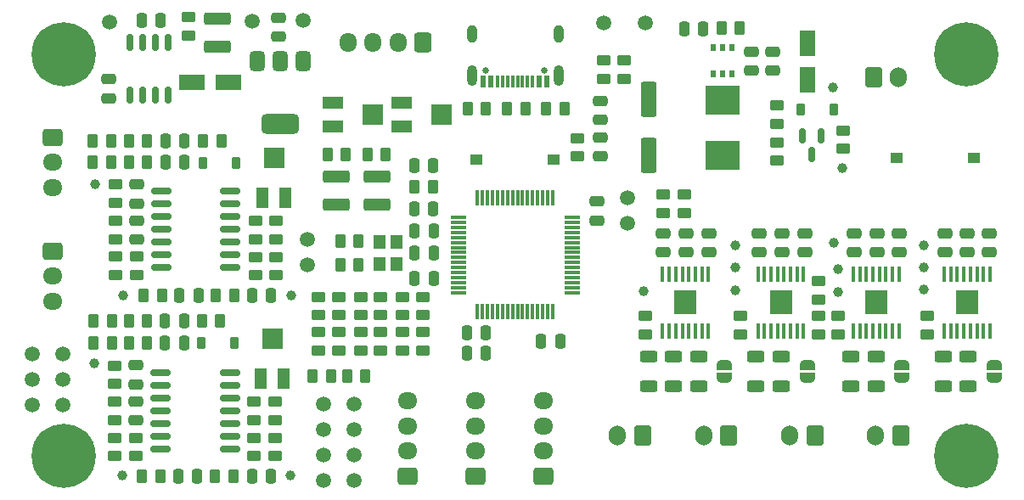
<source format=gbr>
%TF.GenerationSoftware,KiCad,Pcbnew,9.0.1*%
%TF.CreationDate,2025-04-18T15:24:00+02:00*%
%TF.ProjectId,OpenHand_v3,4f70656e-4861-46e6-945f-76332e6b6963,rev?*%
%TF.SameCoordinates,Original*%
%TF.FileFunction,Soldermask,Top*%
%TF.FilePolarity,Negative*%
%FSLAX46Y46*%
G04 Gerber Fmt 4.6, Leading zero omitted, Abs format (unit mm)*
G04 Created by KiCad (PCBNEW 9.0.1) date 2025-04-18 15:24:00*
%MOMM*%
%LPD*%
G01*
G04 APERTURE LIST*
G04 Aperture macros list*
%AMRoundRect*
0 Rectangle with rounded corners*
0 $1 Rounding radius*
0 $2 $3 $4 $5 $6 $7 $8 $9 X,Y pos of 4 corners*
0 Add a 4 corners polygon primitive as box body*
4,1,4,$2,$3,$4,$5,$6,$7,$8,$9,$2,$3,0*
0 Add four circle primitives for the rounded corners*
1,1,$1+$1,$2,$3*
1,1,$1+$1,$4,$5*
1,1,$1+$1,$6,$7*
1,1,$1+$1,$8,$9*
0 Add four rect primitives between the rounded corners*
20,1,$1+$1,$2,$3,$4,$5,0*
20,1,$1+$1,$4,$5,$6,$7,0*
20,1,$1+$1,$6,$7,$8,$9,0*
20,1,$1+$1,$8,$9,$2,$3,0*%
%AMFreePoly0*
4,1,23,0.500000,-0.750000,0.000000,-0.750000,0.000000,-0.745722,-0.065263,-0.745722,-0.191342,-0.711940,-0.304381,-0.646677,-0.396677,-0.554381,-0.461940,-0.441342,-0.495722,-0.315263,-0.495722,-0.250000,-0.500000,-0.250000,-0.500000,0.250000,-0.495722,0.250000,-0.495722,0.315263,-0.461940,0.441342,-0.396677,0.554381,-0.304381,0.646677,-0.191342,0.711940,-0.065263,0.745722,0.000000,0.745722,
0.000000,0.750000,0.500000,0.750000,0.500000,-0.750000,0.500000,-0.750000,$1*%
%AMFreePoly1*
4,1,23,0.000000,0.745722,0.065263,0.745722,0.191342,0.711940,0.304381,0.646677,0.396677,0.554381,0.461940,0.441342,0.495722,0.315263,0.495722,0.250000,0.500000,0.250000,0.500000,-0.250000,0.495722,-0.250000,0.495722,-0.315263,0.461940,-0.441342,0.396677,-0.554381,0.304381,-0.646677,0.191342,-0.711940,0.065263,-0.745722,0.000000,-0.745722,0.000000,-0.750000,-0.500000,-0.750000,
-0.500000,0.750000,0.000000,0.750000,0.000000,0.745722,0.000000,0.745722,$1*%
G04 Aperture macros list end*
%ADD10RoundRect,0.250000X-0.450000X0.262500X-0.450000X-0.262500X0.450000X-0.262500X0.450000X0.262500X0*%
%ADD11C,1.500000*%
%ADD12RoundRect,0.250000X0.450000X-0.262500X0.450000X0.262500X-0.450000X0.262500X-0.450000X-0.262500X0*%
%ADD13RoundRect,0.250000X0.250000X0.475000X-0.250000X0.475000X-0.250000X-0.475000X0.250000X-0.475000X0*%
%ADD14RoundRect,0.250000X0.625000X-0.312500X0.625000X0.312500X-0.625000X0.312500X-0.625000X-0.312500X0*%
%ADD15RoundRect,0.250000X-0.250000X-0.475000X0.250000X-0.475000X0.250000X0.475000X-0.250000X0.475000X0*%
%ADD16C,0.800000*%
%ADD17C,6.400000*%
%ADD18RoundRect,0.250000X-0.475000X0.250000X-0.475000X-0.250000X0.475000X-0.250000X0.475000X0.250000X0*%
%ADD19C,1.000000*%
%ADD20RoundRect,0.250000X0.600000X0.750000X-0.600000X0.750000X-0.600000X-0.750000X0.600000X-0.750000X0*%
%ADD21O,1.700000X2.000000*%
%ADD22RoundRect,0.250000X-0.262500X-0.450000X0.262500X-0.450000X0.262500X0.450000X-0.262500X0.450000X0*%
%ADD23RoundRect,0.250000X-0.625000X0.312500X-0.625000X-0.312500X0.625000X-0.312500X0.625000X0.312500X0*%
%ADD24RoundRect,0.250000X0.725000X-0.600000X0.725000X0.600000X-0.725000X0.600000X-0.725000X-0.600000X0*%
%ADD25O,1.950000X1.700000*%
%ADD26R,2.310000X2.460000*%
%ADD27RoundRect,0.100000X0.100000X-0.687500X0.100000X0.687500X-0.100000X0.687500X-0.100000X-0.687500X0*%
%ADD28RoundRect,0.250000X-1.075000X0.375000X-1.075000X-0.375000X1.075000X-0.375000X1.075000X0.375000X0*%
%ADD29RoundRect,0.250000X0.550000X-1.050000X0.550000X1.050000X-0.550000X1.050000X-0.550000X-1.050000X0*%
%ADD30R,2.000000X1.300000*%
%ADD31R,2.000000X2.000000*%
%ADD32FreePoly0,90.000000*%
%ADD33FreePoly1,90.000000*%
%ADD34RoundRect,0.250000X0.262500X0.450000X-0.262500X0.450000X-0.262500X-0.450000X0.262500X-0.450000X0*%
%ADD35RoundRect,0.250000X-0.600000X-0.750000X0.600000X-0.750000X0.600000X0.750000X-0.600000X0.750000X0*%
%ADD36RoundRect,0.250000X0.475000X-0.250000X0.475000X0.250000X-0.475000X0.250000X-0.475000X-0.250000X0*%
%ADD37R,1.250000X1.000000*%
%ADD38RoundRect,0.250000X0.600000X0.725000X-0.600000X0.725000X-0.600000X-0.725000X0.600000X-0.725000X0*%
%ADD39O,1.700000X1.950000*%
%ADD40RoundRect,0.225000X-0.225000X-0.375000X0.225000X-0.375000X0.225000X0.375000X-0.225000X0.375000X0*%
%ADD41RoundRect,0.150000X-0.150000X0.675000X-0.150000X-0.675000X0.150000X-0.675000X0.150000X0.675000X0*%
%ADD42RoundRect,0.150000X-0.837500X-0.150000X0.837500X-0.150000X0.837500X0.150000X-0.837500X0.150000X0*%
%ADD43RoundRect,0.250000X-0.725000X0.600000X-0.725000X-0.600000X0.725000X-0.600000X0.725000X0.600000X0*%
%ADD44R,1.300000X2.000000*%
%ADD45R,3.500000X2.950000*%
%ADD46R,0.549999X0.800001*%
%ADD47RoundRect,0.150000X-0.150000X0.587500X-0.150000X-0.587500X0.150000X-0.587500X0.150000X0.587500X0*%
%ADD48RoundRect,0.250000X0.550000X-1.500000X0.550000X1.500000X-0.550000X1.500000X-0.550000X-1.500000X0*%
%ADD49RoundRect,0.375000X-0.375000X0.625000X-0.375000X-0.625000X0.375000X-0.625000X0.375000X0.625000X0*%
%ADD50RoundRect,0.500000X-1.400000X0.500000X-1.400000X-0.500000X1.400000X-0.500000X1.400000X0.500000X0*%
%ADD51C,0.650000*%
%ADD52R,0.600000X1.240000*%
%ADD53R,0.300000X1.240000*%
%ADD54O,1.000000X2.100000*%
%ADD55O,1.000000X1.800000*%
%ADD56R,1.200000X1.400000*%
%ADD57RoundRect,0.250000X1.050000X0.550000X-1.050000X0.550000X-1.050000X-0.550000X1.050000X-0.550000X0*%
%ADD58RoundRect,0.075000X-0.700000X-0.075000X0.700000X-0.075000X0.700000X0.075000X-0.700000X0.075000X0*%
%ADD59RoundRect,0.075000X-0.075000X-0.700000X0.075000X-0.700000X0.075000X0.700000X-0.075000X0.700000X0*%
G04 APERTURE END LIST*
D10*
%TO.C,R65*%
X140800000Y-132687500D03*
X140800000Y-134512500D03*
%TD*%
D11*
%TO.C,TP11*%
X104925000Y-134850000D03*
%TD*%
D12*
%TO.C,R74*%
X180275000Y-132887500D03*
X180275000Y-131062500D03*
%TD*%
%TO.C,R46*%
X182225000Y-132887500D03*
X182225000Y-131062500D03*
%TD*%
D13*
%TO.C,C29*%
X125650000Y-129000000D03*
X123750000Y-129000000D03*
%TD*%
D14*
%TO.C,R69*%
X186000000Y-138062500D03*
X186000000Y-135137500D03*
%TD*%
D15*
%TO.C,C9*%
X140000000Y-124800000D03*
X141900000Y-124800000D03*
%TD*%
D16*
%TO.C,H4*%
X192600000Y-145000000D03*
X193302944Y-143302944D03*
X193302944Y-146697056D03*
X195000000Y-142600000D03*
D17*
X195000000Y-145000000D03*
D16*
X195000000Y-147400000D03*
X196697056Y-143302944D03*
X196697056Y-146697056D03*
X197400000Y-145000000D03*
%TD*%
D18*
%TO.C,C32*%
X183800000Y-122850000D03*
X183800000Y-124750000D03*
%TD*%
D19*
%TO.C,TP20*%
X108100000Y-117950000D03*
%TD*%
D10*
%TO.C,R20*%
X110100000Y-136037500D03*
X110100000Y-137862500D03*
%TD*%
D19*
%TO.C,TP25*%
X110800000Y-147000000D03*
%TD*%
D20*
%TO.C,J1*%
X171300000Y-143035000D03*
D21*
X168800000Y-143035000D03*
%TD*%
D13*
%TO.C,C27*%
X118450000Y-129000000D03*
X116550000Y-129000000D03*
%TD*%
D18*
%TO.C,C5*%
X158200000Y-119650001D03*
X158200000Y-121549999D03*
%TD*%
D19*
%TO.C,TP34*%
X190750000Y-126250000D03*
%TD*%
D13*
%TO.C,C20*%
X114650000Y-101600000D03*
X112750000Y-101600000D03*
%TD*%
D22*
%TO.C,TH2*%
X129812500Y-137100000D03*
X131637500Y-137100000D03*
%TD*%
D23*
%TO.C,R48*%
X183500000Y-135137500D03*
X183500000Y-138062500D03*
%TD*%
D11*
%TO.C,TP18*%
X109600000Y-101800000D03*
%TD*%
D10*
%TO.C,R63*%
X138800000Y-132687500D03*
X138800000Y-134512500D03*
%TD*%
D18*
%TO.C,C35*%
X178900000Y-122850000D03*
X178900000Y-124750000D03*
%TD*%
D11*
%TO.C,TP17*%
X158850000Y-101850000D03*
%TD*%
D24*
%TO.C,J15*%
X146050000Y-147050000D03*
D25*
X146050000Y-144550000D03*
X146050000Y-142050000D03*
X146050000Y-139550000D03*
%TD*%
D12*
%TO.C,R31*%
X110100000Y-141450000D03*
X110100000Y-139625000D03*
%TD*%
D11*
%TO.C,TP37*%
X133975000Y-147500000D03*
%TD*%
D10*
%TO.C,R61*%
X136600000Y-132700000D03*
X136600000Y-134525000D03*
%TD*%
D26*
%TO.C,U10*%
X167000000Y-129750000D03*
D27*
X164725000Y-132612500D03*
X165375000Y-132612500D03*
X166025000Y-132612500D03*
X166675000Y-132612500D03*
X167325000Y-132612500D03*
X167975000Y-132612500D03*
X168625000Y-132612500D03*
X169275000Y-132612500D03*
X169275000Y-126887500D03*
X168625000Y-126887500D03*
X167975000Y-126887500D03*
X167325000Y-126887500D03*
X166675000Y-126887500D03*
X166025000Y-126887500D03*
X165375000Y-126887500D03*
X164725000Y-126887500D03*
%TD*%
D12*
%TO.C,R45*%
X172500000Y-132912500D03*
X172500000Y-131087500D03*
%TD*%
D22*
%TO.C,R35*%
X120175000Y-129000000D03*
X122000000Y-129000000D03*
%TD*%
D12*
%TO.C,R13*%
X158800000Y-107412499D03*
X158800000Y-105587499D03*
%TD*%
D28*
%TO.C,D4*%
X120300000Y-101400000D03*
X120300000Y-104200000D03*
%TD*%
D29*
%TO.C,C10*%
X179200000Y-107524999D03*
X179200000Y-103924999D03*
%TD*%
D30*
%TO.C,RV1*%
X131800000Y-112150000D03*
D31*
X135800000Y-111000000D03*
D30*
X131800000Y-109850000D03*
%TD*%
D11*
%TO.C,TP14*%
X130875000Y-142420000D03*
%TD*%
D32*
%TO.C,JP2*%
X188600000Y-137250000D03*
D33*
X188600000Y-135950000D03*
%TD*%
D11*
%TO.C,TP9*%
X104925000Y-137390000D03*
%TD*%
D10*
%TO.C,R40*%
X124000000Y-139637500D03*
X124000000Y-141462500D03*
%TD*%
%TO.C,R41*%
X124100000Y-125187500D03*
X124100000Y-127012500D03*
%TD*%
D16*
%TO.C,H1*%
X102600000Y-105000000D03*
X103302944Y-103302944D03*
X103302944Y-106697056D03*
X105000000Y-102600000D03*
D17*
X105000000Y-105000000D03*
D16*
X105000000Y-107400000D03*
X106697056Y-103302944D03*
X106697056Y-106697056D03*
X107400000Y-105000000D03*
%TD*%
D19*
%TO.C,TP23*%
X127600000Y-147000000D03*
%TD*%
D10*
%TO.C,R51*%
X130400000Y-132700000D03*
X130400000Y-134525000D03*
%TD*%
D11*
%TO.C,TP41*%
X133975000Y-144960000D03*
%TD*%
%TO.C,TP1*%
X104925000Y-139930000D03*
%TD*%
D34*
%TO.C,R67*%
X120612500Y-131600000D03*
X118787500Y-131600000D03*
%TD*%
D22*
%TO.C,R1*%
X153087500Y-110400000D03*
X154912500Y-110400000D03*
%TD*%
D10*
%TO.C,R16*%
X160900000Y-105587499D03*
X160900000Y-107412499D03*
%TD*%
D12*
%TO.C,R49*%
X191100000Y-132912500D03*
X191100000Y-131087500D03*
%TD*%
D18*
%TO.C,C37*%
X192900000Y-122850000D03*
X192900000Y-124750000D03*
%TD*%
D12*
%TO.C,R37*%
X126100000Y-141462500D03*
X126100000Y-139637500D03*
%TD*%
D13*
%TO.C,C30*%
X125650000Y-147050000D03*
X123750000Y-147050000D03*
%TD*%
D11*
%TO.C,TP13*%
X129300000Y-123460000D03*
%TD*%
D35*
%TO.C,J3*%
X185750000Y-107232499D03*
D21*
X188250000Y-107232499D03*
%TD*%
D13*
%TO.C,C4*%
X154499999Y-133600001D03*
X152600001Y-133600001D03*
%TD*%
D10*
%TO.C,TH1*%
X180275000Y-127600000D03*
X180275000Y-129425000D03*
%TD*%
D11*
%TO.C,TP39*%
X133975000Y-139880000D03*
%TD*%
D13*
%TO.C,C3*%
X147100000Y-132749999D03*
X145200000Y-132750001D03*
%TD*%
D36*
%TO.C,C17*%
X109500000Y-109350000D03*
X109500000Y-107450000D03*
%TD*%
D11*
%TO.C,TP40*%
X133975000Y-142420000D03*
%TD*%
D37*
%TO.C,SW1*%
X146125000Y-115500000D03*
X153875000Y-115500000D03*
%TD*%
D22*
%TO.C,R36*%
X120087500Y-147050000D03*
X121912500Y-147050000D03*
%TD*%
D14*
%TO.C,R70*%
X176500000Y-138062500D03*
X176500000Y-135137500D03*
%TD*%
D15*
%TO.C,C13*%
X166850000Y-102424999D03*
X168750000Y-102424999D03*
%TD*%
D13*
%TO.C,C2*%
X141849999Y-120400000D03*
X139950001Y-120400000D03*
%TD*%
D36*
%TO.C,C18*%
X126400000Y-103250000D03*
X126400000Y-101350000D03*
%TD*%
D11*
%TO.C,TP2*%
X161200000Y-121870000D03*
%TD*%
D32*
%TO.C,JP4*%
X170900000Y-137250000D03*
D33*
X170900000Y-135950000D03*
%TD*%
D13*
%TO.C,C6*%
X141900000Y-127350000D03*
X140000000Y-127350000D03*
%TD*%
D11*
%TO.C,TP4*%
X130875000Y-139880000D03*
%TD*%
D12*
%TO.C,R55*%
X164800000Y-120812500D03*
X164800000Y-118987500D03*
%TD*%
D18*
%TO.C,C42*%
X169300000Y-122850000D03*
X169300000Y-124750000D03*
%TD*%
D11*
%TO.C,TP38*%
X130875000Y-147500000D03*
%TD*%
D20*
%TO.C,J7*%
X162700000Y-143000000D03*
D21*
X160200000Y-143000000D03*
%TD*%
D10*
%TO.C,R60*%
X134600000Y-129187500D03*
X134600000Y-131012500D03*
%TD*%
D24*
%TO.C,J16*%
X152850000Y-147050000D03*
D25*
X152850000Y-144550000D03*
X152850000Y-142050000D03*
X152850000Y-139550000D03*
%TD*%
D12*
%TO.C,R38*%
X126200000Y-123412500D03*
X126200000Y-121587500D03*
%TD*%
D38*
%TO.C,J12*%
X140850000Y-103800000D03*
D39*
X138350000Y-103800000D03*
X135850000Y-103800000D03*
X133350000Y-103800000D03*
%TD*%
D10*
%TO.C,R57*%
X130400000Y-129187500D03*
X130400000Y-131012500D03*
%TD*%
D40*
%TO.C,D6*%
X118750000Y-133800000D03*
X122050000Y-133800000D03*
%TD*%
D10*
%TO.C,R15*%
X117400000Y-101287500D03*
X117400000Y-103112500D03*
%TD*%
D41*
%TO.C,U4*%
X115405000Y-103825000D03*
X114135000Y-103825000D03*
X112865000Y-103825000D03*
X111595000Y-103825000D03*
X111595000Y-109075000D03*
X112865000Y-109075000D03*
X114135000Y-109075000D03*
X115405000Y-109075000D03*
%TD*%
D42*
%TO.C,U5*%
X114700000Y-118650000D03*
X114700000Y-119920000D03*
X114700000Y-121190000D03*
X114700000Y-122460000D03*
X114700000Y-123730000D03*
X114700000Y-125000000D03*
X114700000Y-126270000D03*
X121625000Y-126270000D03*
X121625000Y-125000000D03*
X121625000Y-123730000D03*
X121625000Y-122460000D03*
X121625000Y-121190000D03*
X121625000Y-119920000D03*
X121625000Y-118650000D03*
%TD*%
D11*
%TO.C,TP3*%
X161200000Y-119330000D03*
%TD*%
D43*
%TO.C,J11*%
X103875000Y-124605000D03*
D25*
X103875000Y-127105000D03*
X103875000Y-129605000D03*
%TD*%
D13*
%TO.C,C1*%
X141850000Y-116100000D03*
X139950000Y-116100000D03*
%TD*%
D22*
%TO.C,R9*%
X139987500Y-118200000D03*
X141812500Y-118200000D03*
%TD*%
D10*
%TO.C,R6*%
X156250000Y-113337500D03*
X156250000Y-115162500D03*
%TD*%
D34*
%TO.C,R22*%
X109812500Y-131600000D03*
X107987500Y-131600000D03*
%TD*%
D18*
%TO.C,C31*%
X174300000Y-122850000D03*
X174300000Y-124750000D03*
%TD*%
D36*
%TO.C,C16*%
X158500000Y-111524999D03*
X158500000Y-109624999D03*
%TD*%
D13*
%TO.C,C44*%
X117050000Y-113600000D03*
X115150000Y-113600000D03*
%TD*%
D18*
%TO.C,C15*%
X158500000Y-113274999D03*
X158500000Y-115174999D03*
%TD*%
D26*
%TO.C,U8*%
X186000000Y-129750000D03*
D27*
X183725000Y-132612500D03*
X184375000Y-132612500D03*
X185025000Y-132612500D03*
X185675000Y-132612500D03*
X186325000Y-132612500D03*
X186975000Y-132612500D03*
X187625000Y-132612500D03*
X188275000Y-132612500D03*
X188275000Y-126887500D03*
X187625000Y-126887500D03*
X186975000Y-126887500D03*
X186325000Y-126887500D03*
X185675000Y-126887500D03*
X185025000Y-126887500D03*
X184375000Y-126887500D03*
X183725000Y-126887500D03*
%TD*%
D18*
%TO.C,C25*%
X112200000Y-136000000D03*
X112200000Y-137900000D03*
%TD*%
D13*
%TO.C,C28*%
X118300000Y-147050000D03*
X116400000Y-147050000D03*
%TD*%
D36*
%TO.C,C12*%
X173600000Y-106624999D03*
X173600000Y-104724999D03*
%TD*%
D44*
%TO.C,RV3*%
X127100000Y-119300000D03*
D31*
X125950000Y-115300000D03*
D44*
X124800000Y-119300000D03*
%TD*%
D13*
%TO.C,C22*%
X117000000Y-133750000D03*
X115100000Y-133750000D03*
%TD*%
D26*
%TO.C,U9*%
X195080000Y-129750000D03*
D27*
X192805000Y-132612500D03*
X193455000Y-132612500D03*
X194105000Y-132612500D03*
X194755000Y-132612500D03*
X195405000Y-132612500D03*
X196055000Y-132612500D03*
X196705000Y-132612500D03*
X197355000Y-132612500D03*
X197355000Y-126887500D03*
X196705000Y-126887500D03*
X196055000Y-126887500D03*
X195405000Y-126887500D03*
X194755000Y-126887500D03*
X194105000Y-126887500D03*
X193455000Y-126887500D03*
X192805000Y-126887500D03*
%TD*%
D14*
%TO.C,R71*%
X195200000Y-138062500D03*
X195200000Y-135137500D03*
%TD*%
D18*
%TO.C,C34*%
X186100000Y-122850000D03*
X186100000Y-124750000D03*
%TD*%
D34*
%TO.C,R2*%
X147112500Y-110400000D03*
X145287500Y-110400000D03*
%TD*%
D36*
%TO.C,C11*%
X175700000Y-106624999D03*
X175700000Y-104724999D03*
%TD*%
D12*
%TO.C,R28*%
X110200000Y-123412500D03*
X110200000Y-121587500D03*
%TD*%
D10*
%TO.C,R34*%
X110100000Y-143237500D03*
X110100000Y-145062500D03*
%TD*%
D30*
%TO.C,RV2*%
X138650000Y-112150000D03*
D31*
X142650000Y-111000000D03*
D30*
X138650000Y-109850000D03*
%TD*%
D18*
%TO.C,C24*%
X112300000Y-121550000D03*
X112300000Y-123450000D03*
%TD*%
D44*
%TO.C,RV4*%
X126950000Y-137350000D03*
D31*
X125800000Y-133350000D03*
D44*
X124650000Y-137350000D03*
%TD*%
D14*
%TO.C,R73*%
X168300000Y-138062500D03*
X168300000Y-135137500D03*
%TD*%
D23*
%TO.C,R52*%
X192700000Y-135137500D03*
X192700000Y-138062500D03*
%TD*%
D18*
%TO.C,C26*%
X112200000Y-139600000D03*
X112200000Y-141500000D03*
%TD*%
D45*
%TO.C,L1*%
X170700000Y-109574999D03*
X170700000Y-115024999D03*
%TD*%
D22*
%TO.C,R26*%
X112787500Y-147050000D03*
X114612500Y-147050000D03*
%TD*%
D15*
%TO.C,C8*%
X140000000Y-122600000D03*
X141900000Y-122600000D03*
%TD*%
D11*
%TO.C,TP36*%
X130875000Y-144960000D03*
%TD*%
D42*
%TO.C,U6*%
X114637500Y-136700000D03*
X114637500Y-137970000D03*
X114637500Y-139240000D03*
X114637500Y-140510000D03*
X114637500Y-141780000D03*
X114637500Y-143050000D03*
X114637500Y-144320000D03*
X121562500Y-144320000D03*
X121562500Y-143050000D03*
X121562500Y-141780000D03*
X121562500Y-140510000D03*
X121562500Y-139240000D03*
X121562500Y-137970000D03*
X121562500Y-136700000D03*
%TD*%
D19*
%TO.C,TP31*%
X181750000Y-123775000D03*
%TD*%
%TO.C,TP24*%
X110900000Y-129000000D03*
%TD*%
D10*
%TO.C,R39*%
X124100000Y-121587500D03*
X124100000Y-123412500D03*
%TD*%
D19*
%TO.C,TP35*%
X190750000Y-124000000D03*
%TD*%
D34*
%TO.C,R3*%
X151012500Y-110400000D03*
X149187500Y-110400000D03*
%TD*%
D11*
%TO.C,TP5*%
X101825000Y-139930000D03*
%TD*%
D46*
%TO.C,U2*%
X169749999Y-106900000D03*
X170700000Y-106900000D03*
X171649998Y-106900000D03*
X171649998Y-104350000D03*
X170700000Y-104350000D03*
X169749999Y-104350000D03*
%TD*%
D10*
%TO.C,R58*%
X132400000Y-129187500D03*
X132400000Y-131012500D03*
%TD*%
D47*
%TO.C,Q1*%
X180550000Y-113074999D03*
X178650000Y-113074999D03*
X179600000Y-114949999D03*
%TD*%
D19*
%TO.C,TP33*%
X162800000Y-128600000D03*
%TD*%
D14*
%TO.C,R72*%
X165800000Y-138062500D03*
X165800000Y-135137500D03*
%TD*%
D48*
%TO.C,C14*%
X163300000Y-115099999D03*
X163300000Y-109499999D03*
%TD*%
D19*
%TO.C,TP30*%
X172000000Y-124000000D03*
%TD*%
D49*
%TO.C,U3*%
X128900000Y-105650000D03*
X126600000Y-105650000D03*
D50*
X126600000Y-111950000D03*
D49*
X124300000Y-105650000D03*
%TD*%
D34*
%TO.C,R30*%
X113325000Y-133750000D03*
X111500000Y-133750000D03*
%TD*%
D11*
%TO.C,TP10*%
X101825000Y-134850000D03*
%TD*%
%TO.C,TP6*%
X101825000Y-137390000D03*
%TD*%
D22*
%TO.C,R5*%
X132587500Y-126000000D03*
X134412500Y-126000000D03*
%TD*%
D34*
%TO.C,R68*%
X120712500Y-113600000D03*
X118887500Y-113600000D03*
%TD*%
D19*
%TO.C,TP15*%
X182600000Y-116299999D03*
%TD*%
D32*
%TO.C,JP1*%
X179200000Y-137250000D03*
D33*
X179200000Y-135950000D03*
%TD*%
D19*
%TO.C,TP32*%
X190750000Y-128450000D03*
%TD*%
D10*
%TO.C,R29*%
X112300000Y-125175000D03*
X112300000Y-127000000D03*
%TD*%
D34*
%TO.C,R27*%
X113325000Y-115700000D03*
X111500000Y-115700000D03*
%TD*%
D12*
%TO.C,R10*%
X176100000Y-111912499D03*
X176100000Y-110087499D03*
%TD*%
D10*
%TO.C,R33*%
X110200000Y-125162500D03*
X110200000Y-126987500D03*
%TD*%
D12*
%TO.C,R11*%
X176100000Y-115612499D03*
X176100000Y-113787499D03*
%TD*%
D23*
%TO.C,R53*%
X163350000Y-135137500D03*
X163350000Y-138062500D03*
%TD*%
%TO.C,R47*%
X174000000Y-135137500D03*
X174000000Y-138062500D03*
%TD*%
D16*
%TO.C,H3*%
X102600000Y-145000000D03*
X103302944Y-143302944D03*
X103302944Y-146697056D03*
X105000000Y-142600000D03*
D17*
X105000000Y-145000000D03*
D16*
X105000000Y-147400000D03*
X106697056Y-143302944D03*
X106697056Y-146697056D03*
X107400000Y-145000000D03*
%TD*%
D11*
%TO.C,TP12*%
X129300000Y-126000000D03*
%TD*%
D32*
%TO.C,JP3*%
X197800000Y-137250000D03*
D33*
X197800000Y-135950000D03*
%TD*%
D34*
%TO.C,R23*%
X109712500Y-115700000D03*
X107887500Y-115700000D03*
%TD*%
D10*
%TO.C,R56*%
X132400000Y-132700000D03*
X132400000Y-134525000D03*
%TD*%
D19*
%TO.C,TP16*%
X181700000Y-108299999D03*
%TD*%
D34*
%TO.C,R75*%
X135062500Y-137100000D03*
X133237500Y-137100000D03*
%TD*%
D40*
%TO.C,D3*%
X178525000Y-110452499D03*
X181825000Y-110452499D03*
%TD*%
D51*
%TO.C,J5*%
X152890000Y-106605000D03*
X147110000Y-106605000D03*
D52*
X153200000Y-107725000D03*
X152400000Y-107725000D03*
D53*
X151250000Y-107725000D03*
X150250000Y-107725000D03*
X149750000Y-107725000D03*
X148750000Y-107725000D03*
D52*
X147600000Y-107725000D03*
X146800000Y-107725000D03*
X146800000Y-107725000D03*
X147600000Y-107725000D03*
D53*
X148250000Y-107725000D03*
X149250000Y-107725000D03*
X150750000Y-107725000D03*
X151750000Y-107725000D03*
D52*
X152400000Y-107725000D03*
X153200000Y-107725000D03*
D54*
X154320000Y-107125000D03*
D55*
X154320000Y-102925000D03*
D54*
X145680000Y-107125000D03*
D55*
X145680000Y-102925000D03*
%TD*%
D19*
%TO.C,TP27*%
X182250000Y-128700000D03*
%TD*%
D28*
%TO.C,D1*%
X132170000Y-117195000D03*
X132170000Y-119995000D03*
%TD*%
D13*
%TO.C,C43*%
X117000000Y-131600000D03*
X115100000Y-131600000D03*
%TD*%
D18*
%TO.C,C23*%
X112300000Y-117950000D03*
X112300000Y-119850000D03*
%TD*%
D22*
%TO.C,R4*%
X132587500Y-123600000D03*
X134412500Y-123600000D03*
%TD*%
D13*
%TO.C,C21*%
X117050000Y-115700000D03*
X115150000Y-115700000D03*
%TD*%
D34*
%TO.C,R19*%
X113325000Y-131600000D03*
X111500000Y-131600000D03*
%TD*%
D37*
%TO.C,SW2*%
X188025000Y-115300000D03*
X195775000Y-115300000D03*
%TD*%
D22*
%TO.C,R12*%
X170587500Y-102399999D03*
X172412500Y-102399999D03*
%TD*%
D26*
%TO.C,U7*%
X176500000Y-129750000D03*
D27*
X174225000Y-132612500D03*
X174875000Y-132612500D03*
X175525000Y-132612500D03*
X176175000Y-132612500D03*
X176825000Y-132612500D03*
X177475000Y-132612500D03*
X178125000Y-132612500D03*
X178775000Y-132612500D03*
X178775000Y-126887500D03*
X178125000Y-126887500D03*
X177475000Y-126887500D03*
X176825000Y-126887500D03*
X176175000Y-126887500D03*
X175525000Y-126887500D03*
X174875000Y-126887500D03*
X174225000Y-126887500D03*
%TD*%
D10*
%TO.C,R42*%
X124000000Y-143237500D03*
X124000000Y-145062500D03*
%TD*%
D56*
%TO.C,Y1*%
X136500000Y-123700000D03*
X136500000Y-125900000D03*
X138200000Y-125900000D03*
X138200000Y-123700000D03*
%TD*%
D10*
%TO.C,R32*%
X112200000Y-143237500D03*
X112200000Y-145062500D03*
%TD*%
D34*
%TO.C,R17*%
X113325000Y-113600000D03*
X111500000Y-113600000D03*
%TD*%
D20*
%TO.C,J2*%
X179900000Y-143035000D03*
D21*
X177400000Y-143035000D03*
%TD*%
D19*
%TO.C,TP22*%
X127700000Y-129000000D03*
%TD*%
D24*
%TO.C,J14*%
X139275000Y-147050000D03*
D25*
X139275000Y-144550000D03*
X139275000Y-142050000D03*
X139275000Y-139550000D03*
%TD*%
D43*
%TO.C,J8*%
X103858000Y-113250000D03*
D25*
X103858000Y-115750000D03*
X103858000Y-118250000D03*
%TD*%
D10*
%TO.C,R62*%
X136600000Y-129187500D03*
X136600000Y-131012500D03*
%TD*%
D20*
%TO.C,J6*%
X188450000Y-143035000D03*
D21*
X185950000Y-143035000D03*
%TD*%
D11*
%TO.C,TP8*%
X163000000Y-101850000D03*
%TD*%
D34*
%TO.C,R7*%
X133112500Y-115000000D03*
X131287500Y-115000000D03*
%TD*%
D16*
%TO.C,H2*%
X192600000Y-105000000D03*
X193302944Y-103302944D03*
X193302944Y-106697056D03*
X195000000Y-102600000D03*
D17*
X195000000Y-105000000D03*
D16*
X195000000Y-107400000D03*
X196697056Y-103302944D03*
X196697056Y-106697056D03*
X197400000Y-105000000D03*
%TD*%
D10*
%TO.C,R44*%
X126100000Y-143250000D03*
X126100000Y-145075000D03*
%TD*%
D19*
%TO.C,TP26*%
X172000000Y-128500000D03*
%TD*%
D18*
%TO.C,C33*%
X176600000Y-122850000D03*
X176600000Y-124750000D03*
%TD*%
D34*
%TO.C,R21*%
X109712500Y-113600000D03*
X107887500Y-113600000D03*
%TD*%
D22*
%TO.C,R24*%
X112975000Y-129000000D03*
X114800000Y-129000000D03*
%TD*%
D10*
%TO.C,R43*%
X126200000Y-125187500D03*
X126200000Y-127012500D03*
%TD*%
D18*
%TO.C,C36*%
X188300000Y-122850000D03*
X188300000Y-124750000D03*
%TD*%
D19*
%TO.C,TP29*%
X182225000Y-126425000D03*
%TD*%
D11*
%TO.C,TP19*%
X123800000Y-101700000D03*
%TD*%
D28*
%TO.C,D2*%
X136200000Y-117200000D03*
X136200000Y-120000000D03*
%TD*%
D18*
%TO.C,C40*%
X167050000Y-122850000D03*
X167050000Y-124750000D03*
%TD*%
D10*
%TO.C,R54*%
X166900000Y-118987500D03*
X166900000Y-120812500D03*
%TD*%
D19*
%TO.C,TP28*%
X172000000Y-126250000D03*
%TD*%
D10*
%TO.C,R64*%
X138800000Y-129175000D03*
X138800000Y-131000000D03*
%TD*%
D40*
%TO.C,D5*%
X118850000Y-115800000D03*
X122150000Y-115800000D03*
%TD*%
D12*
%TO.C,R14*%
X182700000Y-114412499D03*
X182700000Y-112587499D03*
%TD*%
D10*
%TO.C,R59*%
X134600000Y-132700000D03*
X134600000Y-134525000D03*
%TD*%
D18*
%TO.C,C41*%
X197300000Y-122850000D03*
X197300000Y-124750000D03*
%TD*%
D10*
%TO.C,R18*%
X110200000Y-117975000D03*
X110200000Y-119800000D03*
%TD*%
D18*
%TO.C,C39*%
X195100000Y-122850000D03*
X195100000Y-124750000D03*
%TD*%
D34*
%TO.C,R25*%
X109812500Y-133750000D03*
X107987500Y-133750000D03*
%TD*%
D22*
%TO.C,R8*%
X135287500Y-115000000D03*
X137112500Y-115000000D03*
%TD*%
D10*
%TO.C,R66*%
X140800000Y-129187500D03*
X140800000Y-131012500D03*
%TD*%
D18*
%TO.C,C38*%
X164800000Y-122850000D03*
X164800000Y-124750000D03*
%TD*%
D57*
%TO.C,C19*%
X121400000Y-107800000D03*
X117800000Y-107800000D03*
%TD*%
D13*
%TO.C,C7*%
X147100000Y-134800000D03*
X145200000Y-134800000D03*
%TD*%
D58*
%TO.C,U1*%
X144325000Y-121250001D03*
X144325000Y-121750000D03*
X144325000Y-122250000D03*
X144325000Y-122750000D03*
X144325000Y-123250000D03*
X144325000Y-123750001D03*
X144325000Y-124250000D03*
X144325000Y-124750000D03*
X144325000Y-125250000D03*
X144325000Y-125750000D03*
X144325000Y-126249999D03*
X144325000Y-126750000D03*
X144325000Y-127250000D03*
X144325000Y-127750000D03*
X144325000Y-128250000D03*
X144325000Y-128749999D03*
D59*
X146250001Y-130675000D03*
X146750000Y-130675000D03*
X147250000Y-130675000D03*
X147750000Y-130675000D03*
X148250000Y-130675000D03*
X148750001Y-130675000D03*
X149250000Y-130675000D03*
X149750000Y-130675000D03*
X150250000Y-130675000D03*
X150750000Y-130675000D03*
X151249999Y-130675000D03*
X151750000Y-130675000D03*
X152250000Y-130675000D03*
X152750000Y-130675000D03*
X153250000Y-130675000D03*
X153749999Y-130675000D03*
D58*
X155675000Y-128749999D03*
X155675000Y-128250000D03*
X155675000Y-127750000D03*
X155675000Y-127250000D03*
X155675000Y-126750000D03*
X155675000Y-126249999D03*
X155675000Y-125750000D03*
X155675000Y-125250000D03*
X155675000Y-124750000D03*
X155675000Y-124250000D03*
X155675000Y-123750001D03*
X155675000Y-123250000D03*
X155675000Y-122750000D03*
X155675000Y-122250000D03*
X155675000Y-121750000D03*
X155675000Y-121250001D03*
D59*
X153749999Y-119325000D03*
X153250000Y-119325000D03*
X152750000Y-119325000D03*
X152250000Y-119325000D03*
X151750000Y-119325000D03*
X151249999Y-119325000D03*
X150750000Y-119325000D03*
X150250000Y-119325000D03*
X149750000Y-119325000D03*
X149250000Y-119325000D03*
X148750001Y-119325000D03*
X148250000Y-119325000D03*
X147750000Y-119325000D03*
X147250000Y-119325000D03*
X146750000Y-119325000D03*
X146250001Y-119325000D03*
%TD*%
D19*
%TO.C,TP21*%
X108025000Y-135800000D03*
%TD*%
D11*
%TO.C,TP7*%
X128900000Y-101600000D03*
%TD*%
D12*
%TO.C,R50*%
X163000000Y-132912500D03*
X163000000Y-131087500D03*
%TD*%
M02*

</source>
